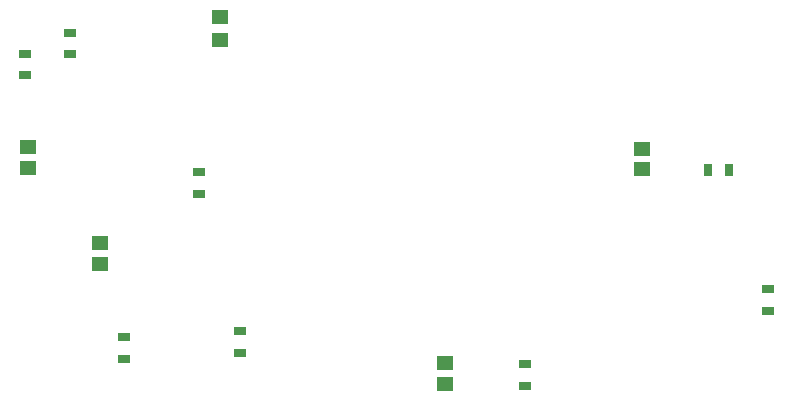
<source format=gbr>
G04 EAGLE Gerber RS-274X export*
G75*
%MOMM*%
%FSLAX34Y34*%
%LPD*%
%INSolderpaste Bottom*%
%IPPOS*%
%AMOC8*
5,1,8,0,0,1.08239X$1,22.5*%
G01*
%ADD10R,1.370000X1.170000*%
%ADD11R,1.470000X1.170000*%
%ADD12R,1.098400X0.698400*%
%ADD13R,0.698400X1.098400*%


D10*
X78740Y364880D03*
X78740Y381880D03*
D11*
X241300Y472600D03*
X241300Y492600D03*
D10*
X139700Y300600D03*
X139700Y283600D03*
D12*
X223520Y360790D03*
X223520Y342790D03*
X114300Y478900D03*
X114300Y460900D03*
X76200Y461120D03*
X76200Y443120D03*
X160020Y203090D03*
X160020Y221090D03*
X257810Y226170D03*
X257810Y208170D03*
D10*
X431800Y199000D03*
X431800Y182000D03*
X598170Y363610D03*
X598170Y380610D03*
D12*
X499110Y198230D03*
X499110Y180230D03*
X704850Y243730D03*
X704850Y261730D03*
D13*
X653940Y363220D03*
X671940Y363220D03*
M02*

</source>
